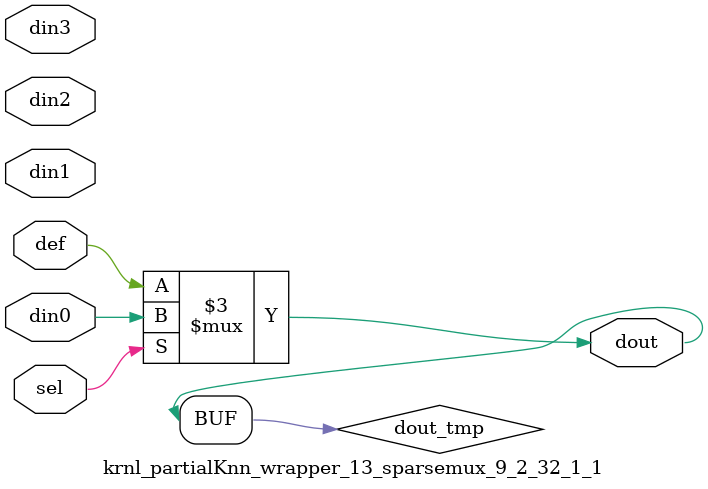
<source format=v>
`timescale 1 ns / 1 ps
module krnl_partialKnn_wrapper_13_sparsemux_9_2_32_1_1 (din0,din1,din2,din3,def,sel,dout);
parameter din0_WIDTH = 1;
parameter din1_WIDTH = 1;
parameter din2_WIDTH = 1;
parameter din3_WIDTH = 1;
parameter def_WIDTH = 1;
parameter sel_WIDTH = 1;
parameter dout_WIDTH = 1;
parameter [sel_WIDTH-1:0] CASE0 = 1;
parameter [sel_WIDTH-1:0] CASE1 = 1;
parameter [sel_WIDTH-1:0] CASE2 = 1;
parameter [sel_WIDTH-1:0] CASE3 = 1;
parameter ID = 1;
parameter NUM_STAGE = 1;
input [din0_WIDTH-1:0] din0;
input [din1_WIDTH-1:0] din1;
input [din2_WIDTH-1:0] din2;
input [din3_WIDTH-1:0] din3;
input [def_WIDTH-1:0] def;
input [sel_WIDTH-1:0] sel;
output [dout_WIDTH-1:0] dout;
reg [dout_WIDTH-1:0] dout_tmp;
always @ (*) begin
case (sel)
    
    CASE0 : dout_tmp = din0;
    
    CASE1 : dout_tmp = din1;
    
    CASE2 : dout_tmp = din2;
    
    CASE3 : dout_tmp = din3;
    
    default : dout_tmp = def;
endcase
end
assign dout = dout_tmp;
endmodule
</source>
